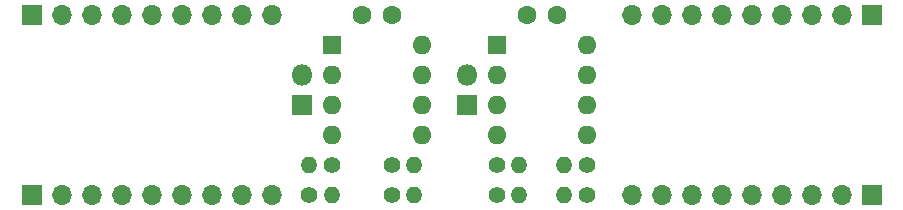
<source format=gbr>
%TF.GenerationSoftware,KiCad,Pcbnew,(5.1.10)-1*%
%TF.CreationDate,2021-06-04T17:55:21+02:00*%
%TF.ProjectId,JMY_USB-MIDI Converter,4a4d595f-5553-4422-9d4d-49444920436f,rev?*%
%TF.SameCoordinates,Original*%
%TF.FileFunction,Soldermask,Bot*%
%TF.FilePolarity,Negative*%
%FSLAX46Y46*%
G04 Gerber Fmt 4.6, Leading zero omitted, Abs format (unit mm)*
G04 Created by KiCad (PCBNEW (5.1.10)-1) date 2021-06-04 17:55:21*
%MOMM*%
%LPD*%
G01*
G04 APERTURE LIST*
%ADD10O,1.700000X1.700000*%
%ADD11R,1.700000X1.700000*%
%ADD12O,1.600000X1.600000*%
%ADD13R,1.600000X1.600000*%
%ADD14C,1.400000*%
%ADD15O,1.400000X1.400000*%
%ADD16C,1.600000*%
%ADD17R,1.800000X1.800000*%
%ADD18O,1.800000X1.800000*%
G04 APERTURE END LIST*
D10*
%TO.C,J1*%
X116840000Y-86360000D03*
X114300000Y-86360000D03*
X111760000Y-86360000D03*
X109220000Y-86360000D03*
X106680000Y-86360000D03*
X104140000Y-86360000D03*
X101600000Y-86360000D03*
X99060000Y-86360000D03*
D11*
X96520000Y-86360000D03*
%TD*%
D12*
%TO.C,U2*%
X143510000Y-88900000D03*
X135890000Y-96520000D03*
X143510000Y-91440000D03*
X135890000Y-93980000D03*
X143510000Y-93980000D03*
X135890000Y-91440000D03*
X143510000Y-96520000D03*
D13*
X135890000Y-88900000D03*
%TD*%
D14*
%TO.C,R3*%
X120020000Y-101600000D03*
D15*
X121920000Y-101600000D03*
%TD*%
D10*
%TO.C,J4*%
X147320000Y-86360000D03*
X149860000Y-86360000D03*
X152400000Y-86360000D03*
X154940000Y-86360000D03*
X157480000Y-86360000D03*
X160020000Y-86360000D03*
X162560000Y-86360000D03*
X165100000Y-86360000D03*
D11*
X167640000Y-86360000D03*
%TD*%
D10*
%TO.C,J2*%
X116840000Y-101600000D03*
X114300000Y-101600000D03*
X111760000Y-101600000D03*
X109220000Y-101600000D03*
X106680000Y-101600000D03*
X104140000Y-101600000D03*
X101600000Y-101600000D03*
X99060000Y-101600000D03*
D11*
X96520000Y-101600000D03*
%TD*%
D12*
%TO.C,U1*%
X129540000Y-88900000D03*
X121920000Y-96520000D03*
X129540000Y-91440000D03*
X121920000Y-93980000D03*
X129540000Y-93980000D03*
X121920000Y-91440000D03*
X129540000Y-96520000D03*
D13*
X121920000Y-88900000D03*
%TD*%
D16*
%TO.C,C1*%
X124500000Y-86360000D03*
X127000000Y-86360000D03*
%TD*%
%TO.C,C2*%
X140970000Y-86360000D03*
X138470000Y-86360000D03*
%TD*%
D17*
%TO.C,D1*%
X119380000Y-93980000D03*
D18*
X119380000Y-91440000D03*
%TD*%
%TO.C,D2*%
X133350000Y-91440000D03*
D17*
X133350000Y-93980000D03*
%TD*%
D14*
%TO.C,R1*%
X127000000Y-99060000D03*
D15*
X128900000Y-99060000D03*
%TD*%
%TO.C,R2*%
X128900000Y-101600000D03*
D14*
X127000000Y-101600000D03*
%TD*%
D15*
%TO.C,R4*%
X120020000Y-99060000D03*
D14*
X121920000Y-99060000D03*
%TD*%
D15*
%TO.C,R5*%
X137790000Y-99060000D03*
D14*
X135890000Y-99060000D03*
%TD*%
D15*
%TO.C,R6*%
X137790000Y-101600000D03*
D14*
X135890000Y-101600000D03*
%TD*%
%TO.C,R7*%
X143510000Y-99060000D03*
D15*
X141610000Y-99060000D03*
%TD*%
D14*
%TO.C,R8*%
X143510000Y-101600000D03*
D15*
X141610000Y-101600000D03*
%TD*%
D11*
%TO.C,J3*%
X167640000Y-101600000D03*
D10*
X165100000Y-101600000D03*
X162560000Y-101600000D03*
X160020000Y-101600000D03*
X157480000Y-101600000D03*
X154940000Y-101600000D03*
X152400000Y-101600000D03*
X149860000Y-101600000D03*
X147320000Y-101600000D03*
%TD*%
M02*

</source>
